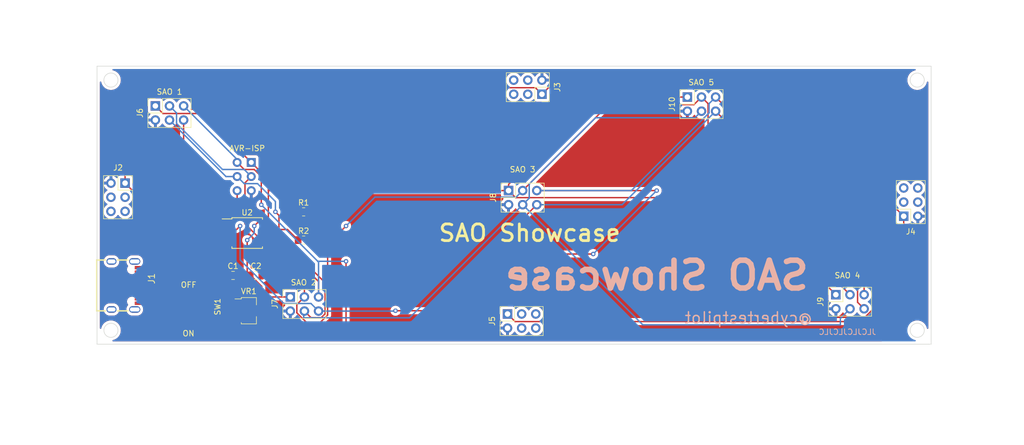
<source format=kicad_pcb>
(kicad_pcb (version 20211014) (generator pcbnew)
  (layers (0 "F.Cu" signal) (31 "B.Cu" signal) (34 "B.Paste" user) (35 "F.Paste" user) (36 "B.SilkS" user "B.Silkscreen") (37 "F.SilkS" user "F.Silkscreen") (38 "B.Mask" user) (39 "F.Mask" user) (44 "Edge.Cuts" user))
  (net 0 "")
  (net 1 "Net-(C1-Pad1)")
  (net 2 "unconnected-(SW1-Pad3)")
  (net 4 "Net-(C2-Pad1)")
  (net 6 "GND")
  (net 9 "/GPIO_1_LOCAL")
  (net 10 "/SCL_LOCAL")
  (net 11 "/SDA_LOCAL")
  (net 12 "/GPIO_2_LOCAL")
  (net 14 "Net-(J1-PadA4)")
  (net 23 "Net-(J11-Pad5)")
  (footprint "misc:USB-C-SMD_KH-TYPE-C-16P" (layer "F.Cu") (at 105.01323 89.432098 -90)
    (fp_text reference "J1" (at -0.148049 -4.794771 -90) (layer "F.SilkS") (effects (font (size 1.143 1.143) (thickness 0.152)) (justify left)))
    (fp_text value "KH_Type-C-16P" hide)
    (fp_line (start -4.572 5.08) (end 4.572 5.08) (layer "F.SilkS") (width 0.254))
    (fp_line (start -4.572 3.507) (end -4.572 5.08) (layer "F.SilkS") (width 0.254))
    (fp_line (start 4.572 1.323) (end 4.572 -0.573) (layer "F.SilkS") (width 0.254))
    (fp_line (start 4.572 5.08) (end 4.572 3.507) (layer "F.SilkS") (width 0.254))
    (fp_line (start -4.572 -0.573) (end -4.572 1.323) (layer "F.SilkS") (width 0.254))
    (pad "" np_thru_hole circle (at -2.89 -1.235 270) (size 0.7 0.7) (drill 0.7) (layers *.Cu *.Mask))
    (pad "" np_thru_hole circle (at 2.89 -1.235 270) (size 0.7 0.7) (drill 0.7) (layers *.Cu *.Mask))
    (pad "1" thru_hole oval (at -4.32 -1.765 270) (size 1.2 2) (drill oval 0.7 1.7) (layers *.Cu *.Paste *.Mask))
    (pad "2" thru_hole oval (at 4.32 -1.765 270) (size 1.2 2) (drill oval 0.7 1.7) (layers *.Cu *.Paste *.Mask))
    (pad "3" thru_hole oval (at -4.32 2.415 270) (size 1.2 1.8) (drill oval 0.7 1.4) (layers *.Cu *.Paste *.Mask))
    (pad "4" thru_hole oval (at 4.32 2.415 270) (size 1.2 1.8) (drill oval 0.7 1.4) (layers *.Cu *.Paste *.Mask))
    (pad "A1" smd rect (at -3.35 -2.415 270) (size 0.3 1.3) (layers "F.Cu" "F.Paste" "F.Mask") (net 6 "GND"))
    (pad "A4" smd rect (at -2.55 -2.415 270) (size 0.3 1.3) (layers "F.Cu" "F.Paste" "F.Mask") (net 14 "Net-(J1-PadA4)"))
    (pad "A5" smd rect (at -1.25 -2.415 270) (size 0.3 1.3) (layers "F.Cu" "F.Paste" "F.Mask"))
    (pad "A6" smd rect (at -0.25 -2.415 270) (size 0.3 1.3) (layers "F.Cu" "F.Paste" "F.Mask"))
    (pad "A7" smd rect (at 0.25 -2.415 270) (size 0.3 1.3) (layers "F.Cu" "F.Paste" "F.Mask"))
    (pad "A8" smd rect (at 1.25 -2.415 270) (size 0.3 1.3) (layers "F.Cu" "F.Paste" "F.Mask"))
    (pad "A9" smd rect (at 2.55 -2.415 270) (size 0.3 1.3) (layers "F.Cu" "F.Paste" "F.Mask") (net 14 "Net-(J1-PadA4)"))
    (pad "A12" smd rect (at 3.35 -2.415 270) (size 0.3 1.3) (layers "F.Cu" "F.Paste" "F.Mask") (net 6 "GND"))
    (pad "B1" smd rect (at 3.05 -2.415 270) (size 0.3 1.3) (layers "F.Cu" "F.Paste" "F.Mask") (net 6 "GND"))
    (pad "B4" smd rect (at 2.25 -2.415 270) (size 0.3 1.3) (layers "F.Cu" "F.Paste" "F.Mask") (net 14 "Net-(J1-PadA4)"))
    (pad "B5" smd rect (at 1.75 -2.415 270) (size 0.3 1.3) (layers "F.Cu" "F.Paste" "F.Mask"))
    (pad "B6" smd rect (at 0.75 -2.415 270) (size 0.3 1.3) (layers "F.Cu" "F.Paste" "F.Mask"))
    (pad "B7" smd rect (at -0.75 -2.415 270) (size 0.3 1.3) (layers "F.Cu" "F.Paste" "F.Mask"))
    (pad "B8" smd rect (at -1.75 -2.415 270) (size 0.3 1.3) (layers "F.Cu" "F.Paste" "F.Mask"))
    (pad "B9" smd rect (at -2.25 -2.415 270) (size 0.3 1.3) (layers "F.Cu" "F.Paste" "F.Mask") (net 14 "Net-(J1-PadA4)"))
    (pad "B12" smd rect (at -3.05 -2.415 270) (size 0.3 1.3) (layers "F.Cu" "F.Paste" "F.Mask") (net 6 "GND"))
  )
  (footprint "Connector_PinSocket_2.54mm:PinSocket_2x03_P2.54mm_Vertical" (layer "F.Cu") (at 232.866142 91.093078 90)
    (fp_text reference "J9" (at -1.27 -2.77 90) (layer "F.SilkS"))
    (fp_text value "Conn_02x03_Counter_Clockwise")
    (fp_line (start -3.87 -1.33) (end -1.27 -1.33) (layer "F.SilkS") (width 0.12))
    (fp_line (start -1.27 -1.33) (end -1.27 1.27) (layer "F.SilkS") (width 0.12))
    (fp_line (start 1.33 1.27) (end 1.33 6.41) (layer "F.SilkS") (width 0.12))
    (fp_line (start -3.87 -1.33) (end -3.87 6.41) (layer "F.SilkS") (width 0.12))
    (fp_line (start 1.33 -1.33) (end 1.33 0) (layer "F.SilkS") (width 0.12))
    (fp_line (start -1.27 1.27) (end 1.33 1.27) (layer "F.SilkS") (width 0.12))
    (fp_line (start 0 -1.33) (end 1.33 -1.33) (layer "F.SilkS") (width 0.12))
    (fp_line (start -3.87 6.41) (end 1.33 6.41) (layer "F.SilkS") (width 0.12))
    (pad "1" thru_hole rect (at 0 0 90) (size 1.7 1.7) (drill 1) (layers *.Cu *.Mask) (net 4 "Net-(C2-Pad1)"))
    (pad "2" thru_hole oval (at -2.54 0 90) (size 1.7 1.7) (drill 1) (layers *.Cu *.Mask) (net 6 "GND"))
    (pad "3" thru_hole oval (at 0 2.54 90) (size 1.7 1.7) (drill 1) (layers *.Cu *.Mask) (net 11 "/SDA_LOCAL"))
    (pad "4" thru_hole oval (at -2.54 2.54 90) (size 1.7 1.7) (drill 1) (layers *.Cu *.Mask) (net 10 "/SCL_LOCAL"))
    (pad "5" thru_hole oval (at 0 5.08 90) (size 1.7 1.7) (drill 1) (layers *.Cu *.Mask) (net 9 "/GPIO_1_LOCAL"))
    (pad "6" thru_hole oval (at -2.54 5.08 90) (size 1.7 1.7) (drill 1) (layers *.Cu *.Mask) (net 12 "/GPIO_2_LOCAL"))
  )
  (footprint "Connector_PinSocket_2.54mm:PinSocket_2x03_P2.54mm_Vertical" (layer "F.Cu") (at 173.819798 94.565274 90)
    (fp_text reference "J5" (at -1.27 -2.77 90) (layer "F.SilkS"))
    (fp_text value "Conn_02x03_Counter_Clockwise")
    (fp_line (start -3.87 6.41) (end 1.33 6.41) (layer "F.SilkS") (width 0.12))
    (fp_line (start -1.27 1.27) (end 1.33 1.27) (layer "F.SilkS") (width 0.12))
    (fp_line (start -1.27 -1.33) (end -1.27 1.27) (layer "F.SilkS") (width 0.12))
    (fp_line (start 1.33 -1.33) (end 1.33 0) (layer "F.SilkS") (width 0.12))
    (fp_line (start -3.87 -1.33) (end -1.27 -1.33) (layer "F.SilkS") (width 0.12))
    (fp_line (start 1.33 1.27) (end 1.33 6.41) (layer "F.SilkS") (width 0.12))
    (fp_line (start -3.87 -1.33) (end -3.87 6.41) (layer "F.SilkS") (width 0.12))
    (fp_line (start 0 -1.33) (end 1.33 -1.33) (layer "F.SilkS") (width 0.12))
    (pad "1" thru_hole rect (at 0 0 90) (size 1.7 1.7) (drill 1) (layers *.Cu *.Mask) (net 14 "Net-(J1-PadA4)"))
    (pad "2" thru_hole oval (at -2.54 0 90) (size 1.7 1.7) (drill 1) (layers *.Cu *.Mask) (net 6 "GND"))
    (pad "3" thru_hole oval (at 0 2.54 90) (size 1.7 1.7) (drill 1) (layers *.Cu *.Mask))
    (pad "4" thru_hole oval (at -2.54 2.54 90) (size 1.7 1.7) (drill 1) (layers *.Cu *.Mask))
    (pad "5" thru_hole oval (at 0 5.08 90) (size 1.7 1.7) (drill 1) (layers *.Cu *.Mask))
    (pad "6" thru_hole oval (at -2.54 5.08 90) (size 1.7 1.7) (drill 1) (layers *.Cu *.Mask))
  )
  (footprint "Connector_PinSocket_2.54mm:PinSocket_2x03_P2.54mm_Vertical" (layer "F.Cu") (at 134.755466 91.504135 90)
    (fp_text reference "J7" (at -1.27 -2.77 90) (layer "F.SilkS"))
    (fp_text value "Conn_02x03_Counter_Clockwise")
    (fp_line (start -1.27 1.27) (end 1.33 1.27) (layer "F.SilkS") (width 0.12))
    (fp_line (start 0 -1.33) (end 1.33 -1.33) (layer "F.SilkS") (width 0.12))
    (fp_line (start 1.33 -1.33) (end 1.33 0) (layer "F.SilkS") (width 0.12))
    (fp_line (start -3.87 6.41) (end 1.33 6.41) (layer "F.SilkS") (width 0.12))
    (fp_line (start -3.87 -1.33) (end -1.27 -1.33) (layer "F.SilkS") (width 0.12))
    (fp_line (start -1.27 -1.33) (end -1.27 1.27) (layer "F.SilkS") (width 0.12))
    (fp_line (start 1.33 1.27) (end 1.33 6.41) (layer "F.SilkS") (width 0.12))
    (fp_line (start -3.87 -1.33) (end -3.87 6.41) (layer "F.SilkS") (width 0.12))
    (pad "1" thru_hole rect (at 0 0 90) (size 1.7 1.7) (drill 1) (layers *.Cu *.Mask) (net 4 "Net-(C2-Pad1)"))
    (pad "2" thru_hole oval (at -2.54 0 90) (size 1.7 1.7) (drill 1) (layers *.Cu *.Mask) (net 6 "GND"))
    (pad "3" thru_hole oval (at 0 2.54 90) (size 1.7 1.7) (drill 1) (layers *.Cu *.Mask) (net 11 "/SDA_LOCAL"))
    (pad "4" thru_hole oval (at -2.54 2.54 90) (size 1.7 1.7) (drill 1) (layers *.Cu *.Mask) (net 10 "/SCL_LOCAL"))
    (pad "5" thru_hole oval (at 0 5.08 90) (size 1.7 1.7) (drill 1) (layers *.Cu *.Mask) (net 9 "/GPIO_1_LOCAL"))
    (pad "6" thru_hole oval (at -2.54 5.08 90) (size 1.7 1.7) (drill 1) (layers *.Cu *.Mask) (net 12 "/GPIO_2_LOCAL"))
  )
  (footprint "Connector_PinSocket_2.54mm:PinSocket_2x03_P2.54mm_Vertical" (layer "F.Cu") (at 206.162458 55.553506 90)
    (fp_text reference "J10" (at -1.27 -2.77 90) (layer "F.SilkS"))
    (fp_text value "Conn_02x03_Counter_Clockwise")
    (fp_line (start 0 -1.33) (end 1.33 -1.33) (layer "F.SilkS") (width 0.12))
    (fp_line (start -1.27 1.27) (end 1.33 1.27) (layer "F.SilkS") (width 0.12))
    (fp_line (start -3.87 -1.33) (end -3.87 6.41) (layer "F.SilkS") (width 0.12))
    (fp_line (start 1.33 -1.33) (end 1.33 0) (layer "F.SilkS") (width 0.12))
    (fp_line (start -1.27 -1.33) (end -1.27 1.27) (layer "F.SilkS") (width 0.12))
    (fp_line (start -3.87 -1.33) (end -1.27 -1.33) (layer "F.SilkS") (width 0.12))
    (fp_line (start 1.33 1.27) (end 1.33 6.41) (layer "F.SilkS") (width 0.12))
    (fp_line (start -3.87 6.41) (end 1.33 6.41) (layer "F.SilkS") (width 0.12))
    (pad "1" thru_hole rect (at 0 0 90) (size 1.7 1.7) (drill 1) (layers *.Cu *.Mask) (net 4 "Net-(C2-Pad1)"))
    (pad "2" thru_hole oval (at -2.54 0 90) (size 1.7 1.7) (drill 1) (layers *.Cu *.Mask) (net 6 "GND"))
    (pad "3" thru_hole oval (at 0 2.54 90) (size 1.7 1.7) (drill 1) (layers *.Cu *.Mask) (net 11 "/SDA_LOCAL"))
    (pad "4" thru_hole oval (at -2.54 2.54 90) (size 1.7 1.7) (drill 1) (layers *.Cu *.Mask) (net 10 "/SCL_LOCAL"))
    (pad "5" thru_hole oval (at 0 5.08 90) (size 1.7 1.7) (drill 1) (layers *.Cu *.Mask) (net 9 "/GPIO_1_LOCAL"))
    (pad "6" thru_hole oval (at -2.54 5.08 90) (size 1.7 1.7) (drill 1) (layers *.Cu *.Mask) (net 12 "/GPIO_2_LOCAL"))
  )
  (footprint "Resistor_SMD:R_0805_2012Metric_Pad1.20x1.40mm_HandSolder" (layer "F.Cu") (at 137.16 81.28)
    (fp_text reference "R2" (at 0 -1.65) (layer "F.SilkS"))
    (fp_text value "470")
    (fp_line (start -0.227064 -0.735) (end 0.227064 -0.735) (layer "F.SilkS") (width 0.12))
    (fp_line (start -0.227064 0.735) (end 0.227064 0.735) (layer "F.SilkS") (width 0.12))
    (pad "1" smd roundrect (at -1 0) (size 1.2 1.4) (layers "F.Cu" "F.Paste" "F.Mask") (roundrect_rratio 0.2083333333) (net 10 "/SCL_LOCAL"))
    (pad "2" smd roundrect (at 1 0) (size 1.2 1.4) (layers "F.Cu" "F.Paste" "F.Mask") (roundrect_rratio 0.2083333333) (net 4 "Net-(C2-Pad1)"))
  )
  (footprint "Connector_PinSocket_2.54mm:PinSocket_2x03_P2.54mm_Vertical" (layer "F.Cu") (at 245.065974 76.985283 180)
    (fp_text reference "J4" (at -1.27 -2.77) (layer "F.SilkS"))
    (fp_text value "Conn_02x03_Counter_Clockwise")
    (fp_line (start 1.33 1.27) (end 1.33 6.41) (layer "F.SilkS") (width 0.12))
    (fp_line (start -1.27 1.27) (end 1.33 1.27) (layer "F.SilkS") (width 0.12))
    (fp_line (start -3.87 -1.33) (end -1.27 -1.33) (layer "F.SilkS") (width 0.12))
    (fp_line (start -1.27 -1.33) (end -1.27 1.27) (layer "F.SilkS") (width 0.12))
    (fp_line (start -3.87 -1.33) (end -3.87 6.41) (layer "F.SilkS") (width 0.12))
    (fp_line (start 0 -1.33) (end 1.33 -1.33) (layer "F.SilkS") (width 0.12))
    (fp_line (start -3.87 6.41) (end 1.33 6.41) (layer "F.SilkS") (width 0.12))
    (fp_line (start 1.33 -1.33) (end 1.33 0) (layer "F.SilkS") (width 0.12))
    (pad "1" thru_hole rect (at 0 0 180) (size 1.7 1.7) (drill 1) (layers *.Cu *.Mask) (net 14 "Net-(J1-PadA4)"))
    (pad "2" thru_hole oval (at -2.54 0 180) (size 1.7 1.7) (drill 1) (layers *.Cu *.Mask) (net 6 "GND"))
    (pad "3" thru_hole oval (at 0 2.54 180) (size 1.7 1.7) (drill 1) (layers *.Cu *.Mask))
    (pad "4" thru_hole oval (at -2.54 2.54 180) (size 1.7 1.7) (drill 1) (layers *.Cu *.Mask))
    (pad "5" thru_hole oval (at 0 5.08 180) (size 1.7 1.7) (drill 1) (layers *.Cu *.Mask))
    (pad "6" thru_hole oval (at -2.54 5.08 180) (size 1.7 1.7) (drill 1) (layers *.Cu *.Mask))
  )
  (footprint "Connector_PinSocket_2.54mm:PinSocket_2x03_P2.54mm_Vertical" (layer "F.Cu") (at 110.49 57.15 90)
    (fp_text reference "J6" (at -1.27 -2.77 90) (layer "F.SilkS"))
    (fp_text value "Conn_02x03_Counter_Clockwise")
    (fp_line (start -1.27 -1.33) (end -1.27 1.27) (layer "F.SilkS") (width 0.12))
    (fp_line (start 1.33 -1.33) (end 1.33 0) (layer "F.SilkS") (width 0.12))
    (fp_line (start -3.87 6.41) (end 1.33 6.41) (layer "F.SilkS") (width 0.12))
    (fp_line (start -3.87 -1.33) (end -1.27 -1.33) (layer "F.SilkS") (width 0.12))
    (fp_line (start -3.87 -1.33) (end -3.87 6.41) (layer "F.SilkS") (width 0.12))
    (fp_line (start -1.27 1.27) (end 1.33 1.27) (layer "F.SilkS") (width 0.12))
    (fp_line (start 0 -1.33) (end 1.33 -1.33) (layer "F.SilkS") (width 0.12))
    (fp_line (start 1.33 1.27) (end 1.33 6.41) (layer "F.SilkS") (width 0.12))
    (pad "1" thru_hole rect (at 0 0 90) (size 1.7 1.7) (drill 1) (layers *.Cu *.Mask) (net 4 "Net-(C2-Pad1)"))
    (pad "2" thru_hole oval (at -2.54 0 90) (size 1.7 1.7) (drill 1) (layers *.Cu *.Mask) (net 6 "GND"))
    (pad "3" thru_hole oval (at 0 2.54 90) (size 1.7 1.7) (drill 1) (layers *.Cu *.Mask) (net 11 "/SDA_LOCAL"))
    (pad "4" thru_hole oval (at -2.54 2.54 90) (size 1.7 1.7) (drill 1) (layers *.Cu *.Mask) (net 10 "/SCL_LOCAL"))
    (pad "5" thru_hole oval (at 0 5.08 90) (size 1.7 1.7) (drill 1) (layers *.Cu *.Mask) (net 9 "/GPIO_1_LOCAL"))
    (pad "6" thru_hole oval (at -2.54 5.08 90) (size 1.7 1.7) (drill 1) (layers *.Cu *.Mask) (net 12 "/GPIO_2_LOCAL"))
  )
  (footprint "Connector_PinSocket_2.54mm:PinSocket_2x03_P2.54mm_Vertical" (layer "F.Cu") (at 174.005 72.37 90)
    (fp_text reference "J8" (at -1.27 -2.77 90) (layer "F.SilkS"))
    (fp_text value "Conn_02x03_Counter_Clockwise")
    (fp_line (start -3.87 -1.33) (end -3.87 6.41) (layer "F.SilkS") (width 0.12))
    (fp_line (start -3.87 6.41) (end 1.33 6.41) (layer "F.SilkS") (width 0.12))
    (fp_line (start -1.27 -1.33) (end -1.27 1.27) (layer "F.SilkS") (width 0.12))
    (fp_line (start -1.27 1.27) (end 1.33 1.27) (layer "F.SilkS") (width 0.12))
    (fp_line (start 0 -1.33) (end 1.33 -1.33) (layer "F.SilkS") (width 0.12))
    (fp_line (start 1.33 1.27) (end 1.33 6.41) (layer "F.SilkS") (width 0.12))
    (fp_line (start -3.87 -1.33) (end -1.27 -1.33) (layer "F.SilkS") (width 0.12))
    (fp_line (start 1.33 -1.33) (end 1.33 0) (layer "F.SilkS") (width 0.12))
    (pad "1" thru_hole rect (at 0 0 90) (size 1.7 1.7) (drill 1) (layers *.Cu *.Mask) (net 4 "Net-(C2-Pad1)"))
    (pad "2" thru_hole oval (at -2.54 0 90) (size 1.7 1.7) (drill 1) (layers *.Cu *.Mask) (net 6 "GND"))
    (pad "3" thru_hole oval (at 0 2.54 90) (size 1.7 1.7) (drill 1) (layers *.Cu *.Mask) (net 11 "/SDA_LOCAL"))
    (pad "4" thru_hole oval (at -2.54 2.54 90) (size 1.7 1.7) (drill 1) (layers *.Cu *.Mask) (net 10 "/SCL_LOCAL"))
    (pad "5" thru_hole oval (at 0 5.08 90) (size 1.7 1.7) (drill 1) (layers *.Cu *.Mask) (net 9 "/GPIO_1_LOCAL"))
    (pad "6" thru_hole oval (at -2.54 5.08 90) (size 1.7 1.7) (drill 1) (layers *.Cu *.Mask) (net 12 "/GPIO_2_LOCAL"))
  )
  (footprint "Connector_PinSocket_2.54mm:PinSocket_2x03_P2.54mm_Vertical" (layer "F.Cu") (at 180.008901 55.047888 -90)
    (fp_text reference "J3" (at -1.27 -2.77 -270) (layer "F.SilkS"))
    (fp_text value "Conn_02x03_Counter_Clockwise")
    (fp_line (start -3.87 -1.33) (end -3.87 6.41) (layer "F.SilkS") (width 0.12))
    (fp_line (start -1.27 -1.33) (end -1.27 1.27) (layer "F.SilkS") (width 0.12))
    (fp_line (start -1.27 1.27) (end 1.33 1.27) (layer "F.SilkS") (width 0.12))
    (fp_line (start 0 -1.33) (end 1.33 -1.33) (layer "F.SilkS") (width 0.12))
    (fp_line (start -3.87 6.41) (end 1.33 6.41) (layer "F.SilkS") (width 0.12))
    (fp_line (start 1.33 -1.33) (end 1.33 0) (layer "F.SilkS") (width 0.12))
    (fp_line (start -3.87 -1.33) (end -1.27 -1.33) (layer "F.SilkS") (width 0.12))
    (fp_line (start 1.33 1.27) (end 1.33 6.41) (layer "F.SilkS") (width 0.12))
    (pad "1" thru_hole rect (at 0 0 270) (size 1.7 1.7) (drill 1) (layers *.Cu *.Mask) (net 14 "Net-(J1-PadA4)"))
    (pad "2" thru_hole oval (at -2.54 0 270) (size 1.7 1.7) (drill 1) (layers *.Cu *.Mask) (net 6 "GND"))
    (pad "3" thru_hole oval (at 0 2.54 270) (size 1.7 1.7) (drill 1) (layers *.Cu *.Mask))
    (pad "4" thru_hole oval (at -2.54 2.54 270) (size 1.7 1.7) (drill 1) (layers *.Cu *.Mask))
    (pad "5" thru_hole oval (at 0 5.08 270) (size 1.7 1.7) (drill 1) (layers *.Cu *.Mask))
    (pad "6" thru_hole oval (at -2.54 5.08 270) (size 1.7 1.7) (drill 1) (layers *.Cu *.Mask))
  )
  (footprint "Package_TO_SOT_SMD:SOT-89-3" (layer "F.Cu") (at 127 93.98)
    (fp_text reference "VR1" (at 0.3 -3.5) (layer "F.SilkS"))
    (fp_text value "HT7533-1")
    (fp_line (start -1.06 2.36) (end -1.06 2.13) (layer "F.SilkS") (width 0.12))
    (fp_line (start -2.2 -2.13) (end -1.06 -2.13) (layer "F.SilkS") (width 0.12))
    (fp_line (start 1.66 2.36) (end -1.06 2.36) (layer "F.SilkS") (width 0.12))
    (fp_line (start -1.06 -2.36) (end -1.06 -2.13) (layer "F.SilkS") (width 0.12))
    (fp_line (start 1.66 -2.36) (end 1.66 -1.05) (layer "F.SilkS") (width 0.12))
    (fp_line (start -1.06 -2.36) (end 1.66 -2.36) (layer "F.SilkS") (width 0.12))
    (fp_line (start 1.66 1.05) (end 1.66 2.36) (layer "F.SilkS") (width 0.12))
    (pad "1" smd rect (at -1.65 -1.5) (size 1.3 0.9) (layers "F.Cu" "F.Paste" "F.Mask") (net 6 "GND"))
    (pad "2" smd custom (at -1.5625 0) (size 1.475 0.9) (layers "F.Cu" "F.Paste" "F.Mask") (net 1 "Net-(C1-Pad1)") (options (clearance outline) (anchor rect)) (primitives (gr_poly (pts (xy 3.8625 0.8665) (xy 0.7375 0.8665) (xy 0.7375 -0.8665) (xy 3.8625 -0.8665)) (width 0) (fill yes))))
    (pad "3" smd rect (at -1.65 1.5) (size 1.3 0.9) (layers "F.Cu" "F.Paste" "F.Mask") (net 4 "Net-(C2-Pad1)"))
  )
  (footprint "misc:switch_JS202011SCQN" (layer "F.Cu") (at 116.63 93.706971 90)
    (fp_text reference "SW1" (at 0.44196 5.04952 90) (layer "F.SilkS"))
    (fp_text value "SW_DPDT_x2")
    (fp_text user "ON" (at -4.35356 -0.18288) (layer "F.SilkS"))
    (fp_text user "OFF" (at 4.37896 -0.16002) (layer "F.SilkS"))
    (pad "1" smd rect (at -2.5 -2.75 90) (size 1.2 2.5) (layers "F.Cu" "F.Paste" "F.Mask") (net 1 "Net-(C1-Pad1)"))
    (pad "1" smd rect (at -2.5 2.75 90) (size 1.2 2.5) (layers "F.Cu" "F.Paste" "F.Mask") (net 1 "Net-(C1-Pad1)"))
    (pad "2" smd rect (at 0 2.75 90) (size 1.2 2.5) (layers "F.Cu" "F.Paste" "F.Mask") (net 14 "Net-(J1-PadA4)"))
    (pad "2" smd rect (at 0 -2.75 90) (size 1.2 2.5) (layers "F.Cu" "F.Paste" "F.Mask") (net 14 "Net-(J1-PadA4)"))
    (pad "3" smd rect (at 2.5 -2.75 90) (size 1.2 2.5) (layers "F.Cu" "F.Paste" "F.Mask") (net 2 "unconnected-(SW1-Pad3)"))
    (pad "3" smd rect (at 2.5 2.75 90) (size 1.2 2.5) (layers "F.Cu" "F.Paste" "F.Mask") (net 2 "unconnected-(SW1-Pad3)"))
  )
  (footprint "Connector_PinSocket_2.54mm:PinSocket_2x03_P2.54mm_Vertical" (layer "F.Cu") (at 105.042302 71.029309)
    (fp_text reference "J2" (at -1.27 -2.77) (layer "F.SilkS"))
    (fp_text value "Conn_02x03_Counter_Clockwise")
    (fp_line (start -3.87 -1.33) (end -3.87 6.41) (layer "F.SilkS") (width 0.12))
    (fp_line (start -3.87 -1.33) (end -1.27 -1.33) (layer "F.SilkS") (width 0.12))
    (fp_line (start -3.87 6.41) (end 1.33 6.41) (layer "F.SilkS") (width 0.12))
    (fp_line (start 1.33 -1.33) (end 1.33 0) (layer "F.SilkS") (width 0.12))
    (fp_line (start -1.27 1.27) (end 1.33 1.27) (layer "F.SilkS") (width 0.12))
    (fp_line (start 1.33 1.27) (end 1.33 6.41) (layer "F.SilkS") (width 0.12))
    (fp_line (start -1.27 -1.33) (end -1.27 1.27) (layer "F.SilkS") (width 0.12))
    (fp_line (start 0 -1.33) (end 1.33 -1.33) (layer "F.SilkS") (width 0.12))
    (pad "1" thru_hole rect (at 0 0) (size 1.7 1.7) (drill 1) (layers *.Cu *.Mask) (net 14 "Net-(J1-PadA4)"))
    (pad "2" thru_hole oval (at -2.54 0) (size 1.7 1.7) (drill 1) (layers *.Cu *.Mask) (net 6 "GND"))
    (pad "3" thru_hole oval (at 0 2.54) (size 1.7 1.7) (drill 1) (layers *.Cu *.Mask))
    (pad "4" thru_hole oval (at -2.54 2.54) (size 1.7 1.7) (drill 1) (layers *.Cu *.Mask))
    (pad "5" thru_hole oval (at 0 5.08) (size 1.7 1.7) (drill 1) (layers *.Cu *.Mask))
    (pad "6" thru_hole oval (at -2.54 5.08) (size 1.7 1.7) (drill 1) (layers *.Cu *.Mask))
  )
  (footprint "Capacitor_SMD:C_0805_2012Metric" (layer "F.Cu") (at 128.59 87.63)
    (fp_text reference "C2" (at 0 -1.68) (layer "F.SilkS"))
    (fp_text value "10uf")
    (fp_line (start -0.261252 0.735) (end 0.261252 0.735) (layer "F.SilkS") (width 0.12))
    (fp_line (start -0.261252 -0.735) (end 0.261252 -0.735) (layer "F.SilkS") (width 0.12))
    (pad "1" smd roundrect (at -0.95 0) (size 1 1.45) (layers "F.Cu" "F.Paste" "F.Mask") (net 4 "Net-(C2-Pad1)"))
    (pad "2" smd roundrect (at 0.95 0) (size 1 1.45) (layers "F.Cu" "F.Paste" "F.Mask") (net 6 "GND"))
  )
  (footprint "Package_SO:SOIC-8W_5.3x5.3mm_P1.27mm" (layer "F.Cu") (at 127 80.01)
    (fp_text reference "U2" (at 0 -3.68) (layer "F.SilkS"))
    (fp_text value "ATtiny85-20S")
    (fp_line (start -2.75 2.755) (end -2.75 2.455) (layer "F.SilkS") (width 0.15))
    (fp_line (start -2.75 -2.55) (end -4.5 -2.55) (layer "F.SilkS") (width 0.15))
    (fp_line (start -2.75 2.755) (end 2.75 2.755) (layer "F.SilkS") (width 0.15))
    (fp_line (start 2.75 2.755) (end 2.75 2.455) (layer "F.SilkS") (width 0.15))
    (fp_line (start 2.75 -2.755) (end 2.75 -2.455) (layer "F.SilkS") (width 0.15))
    (fp_line (start -2.75 -2.755) (end -2.75 -2.55) (layer "F.SilkS") (width 0.15))
    (fp_line (start -2.75 -2.755) (end 2.75 -2.755) (layer "F.SilkS") (width 0.15))
    (pad "1" smd rect (at -3.65 -1.905) (size 1.7 0.65) (layers "F.Cu" "F.Paste" "F.Mask") (net 23 "Net-(J11-Pad5)"))
    (pad "2" smd rect (at -3.65 -0.635) (size 1.7 0.65) (layers "F.Cu" "F.Paste" "F.Mask") (net 12 "/GPIO_2_LOCAL"))
    (pad "3" smd rect (at -3.65 0.635) (size 1.7 0.65) (layers "F.Cu" "F.Paste" "F.Mask"))
    (pad "4" smd rect (at -3.65 1.905) (size 1.7 0.65) (layers "F.Cu" "F.Paste" "F.Mask") (net 6 "GND"))
    (pad "5" smd rect (at 3.65 1.905) (size 1.7 0.65) (layers "F.Cu" "F.Paste" "F.Mask") (net 11 "/SDA_LOCAL"))
    (pad "6" smd rect (at 3.65 0.635) (size 1.7 0.65) (layers "F.Cu" "F.Paste" "F.Mask") (net 9 "/GPIO_1_LOCAL"))
    (pad "7" smd rect (at 3.65 -0.635) (size 1.7 0.65) (layers "F.Cu" "F.Paste" "F.Mask") (net 10 "/SCL_LOCAL"))
    (pad "8" smd rect (at 3.65 -1.905) (size 1.7 0.65) (layers "F.Cu" "F.Paste" "F.Mask") (net 4 "Net-(C2-Pad1)"))
  )
  (footprint "Resistor_SMD:R_0805_2012Metric_Pad1.20x1.40mm_HandSolder" (layer "F.Cu") (at 137.16 76.2)
    (fp_text reference "R1" (at 0 -1.65) (layer "F.SilkS"))
    (fp_text value "470")
    (fp_line (start -0.227064 0.735) (end 0.227064 0.735) (layer "F.SilkS") (width 0.12))
    (fp_line (start -0.227064 -0.735) (end 0.227064 -0.735) (layer "F.SilkS") (width 0.12))
    (pad "1" smd roundrect (at -1 0) (size 1.2 1.4) (layers "F.Cu" "F.Paste" "F.Mask") (roundrect_rratio 0.2083333333) (net 11 "/SDA_LOCAL"))
    (pad "2" smd roundrect (at 1 0) (size 1.2 1.4) (layers "F.Cu" "F.Paste" "F.Mask") (roundrect_rratio 0.2083333333) (net 4 "Net-(C2-Pad1)"))
  )
  (footprint "Capacitor_SMD:C_0805_2012Metric" (layer "F.Cu") (at 124.46 87.63)
    (fp_text reference "C1" (at 0 -1.68) (layer "F.SilkS"))
    (fp_text value "10uf")
    (fp_line (start -0.261252 -0.735) (end 0.261252 -0.735) (layer "F.SilkS") (width 0.12))
    (fp_line (start -0.261252 0.735) (end 0.261252 0.735) (layer "F.SilkS") (width 0.12))
    (pad "1" smd roundrect (at -0.95 0) (size 1 1.45) (layers "F.Cu" "F.Paste" "F.Mask") (net 1 "Net-(C1-Pad1)"))
    (pad "2" smd roundrect (at 0.95 0) (size 1 1.45) (layers "F.Cu" "F.Paste" "F.Mask") (net 6 "GND"))
  )
  (footprint "misc:AVR-ISP-6" (layer "F.Cu") (at 125.195027 67.31)
    (fp_text reference "J11" hide)
    (fp_text value "AVR-ISP-6" hide)
    (pad "1" thru_hole oval locked (at 0 0) (size 1.6 1.6) (drill 0.9) (layers *.Cu *.Mask) (net 9 "/GPIO_1_LOCAL"))
    (pad "2" thru_hole rect locked (at 2.54 0) (size 1.6 1.6) (drill 0.9) (layers *.Cu *.Mask) (net 4 "Net-(C2-Pad1)"))
    (pad "3" thru_hole oval locked (at 0 2.54) (size 1.6 1.6) (drill 0.9) (layers *.Cu *.Mask) (net 10 "/SCL_LOCAL"))
    (pad "4" thru_hole oval locked (at 2.54 2.54) (size 1.6 1.6) (drill 0.9) (layers *.Cu *.Mask) (net 11 "/SDA_LOCAL"))
    (pad "5" thru_hole oval locked (at 0 5.08) (size 1.6 1.6) (drill 0.9) (layers *.Cu *.Mask) (net 23 "Net-(J11-Pad5)"))
    (pad "6" thru_hole oval locked (at 2.54 5.08) (size 1.6 1.6) (drill 0.9) (layers *.Cu *.Mask) (net 6 "GND"))
  )
  (gr_circle (center 102.5 52.5) (end 103.77 52.5) (layer "Edge.Cuts") (width 0.1) (fill none))
  (gr_circle (center 247.5 97.5) (end 248.77 97.5) (layer "Edge.Cuts") (width 0.1) (fill none))
  (gr_circle (center 102.5 97.5) (end 103.77 97.5) (layer "Edge.Cuts") (width 0.1) (fill none))
  (gr_line (start 100 50) (end 250 50) (layer "Edge.Cuts") (width 0.1))
  (gr_line (start 250 50) (end 250 100) (layer "Edge.Cuts") (width 0.1))
  (gr_line (start 250 100) (end 100 100) (layer "Edge.Cuts") (width 0.1))
  (gr_circle (center 247.5 52.5) (end 248.77 52.5) (layer "Edge.Cuts") (width 0.1) (fill none))
  (gr_line (start 100 100) (end 100 50) (layer "Edge.Cuts") (width 0.1))
  (gr_text "v01" (at 243.84 97.79) (layer "F.Cu") (effects (font (size 1.5 1.5) (thickness 0.3))))
  (gr_text "JLCJLCJLCJLC" (at 234.95 97.79) (layer "B.SilkS") (effects (font (size 1 1)) (justify mirror)))
  (gr_text "@cybertestpilot" (at 217.17 95.25) (layer "B.SilkS") (effects (font (size 2 2) (thickness 0.25)) (justify mirror)))
  (gr_text "SAO Showcase" (at 200.66 87.63) (layer "B.SilkS") (effects (font (size 5 5) (thickness 1)) (justify mirror)))
  (gr_text "SAO 5" (at 208.656461 52.913) (layer "F.SilkS") (effects (font (size 1 1))))
  (gr_text "SAO 4" (at 234.95 87.63) (layer "F.SilkS") (effects (font (size 1 1))))
  (gr_text "SAO Showcase" (at 177.8 80.01) (layer "F.SilkS") (effects (font (size 3 3) (thickness 0.5))))
  (gr_text "SAO 3" (at 176.53 68.58) (layer "F.SilkS") (effects (font (size 1 1))))
  (gr_text "SAO 1" (at 113.03 54.61) (layer "F.SilkS") (effects (font (size 1 1))))
  (gr_text "AVR-ISP" (at 127 64.77) (layer "F.SilkS") (effects (font (size 1 1))))
  (gr_text "SAO 2" (at 137.16 88.9) (layer "F.SilkS") (effects (font (size 1 1))))
  (segment (start 119.190656 96.206971) (end 121.417627 93.98) (width 0.254) (layer "F.Cu") (net 1))
  (segment (start 125.096 93.98) (end 125.4375 93.98) (width 0.254) (layer "F.Cu") (net 1))
  (segment (start 123.51 87.63) (end 123.51 92.394) (width 0.254) (layer "F.Cu") (net 1))
  (segment (start 121.417627 93.98) (end 125.4375 93.98) (width 0.254) (layer "F.Cu") (net 1))
  (segment (start 113.690656 96.206971) (end 119.190656 96.206971) (width 0.254) (layer "F.Cu") (net 1))
  (segment (start 123.51 92.394) (end 125.096 93.98) (width 0.254) (layer "F.Cu") (net 1))
  (segment (start 113.690656 91.206971) (end 119.190656 91.206971) (width 0.254) (layer "F.Cu") (net 2))
  (segment (start 175.276449 73.641449) (end 174.005 72.37) (width 0.254) (layer "F.Cu") (net 4))
  (segment (start 141.99 72.37) (end 138.16 76.2) (width 0.254) (layer "F.Cu") (net 4))
  (segment (start 232.866142 91.093078) (end 215.414513 73.641449) (width 0.254) (layer "F.Cu") (net 4))
  (segment (start 129.627 94.98195) (end 129.627 91.353) (width 0.254) (layer "F.Cu") (net 4))
  (segment (start 128.27 78.74) (end 128.905 78.105) (width 0.254) (layer "F.Cu") (net 4))
  (segment (start 134.35 72.39) (end 133.35 72.39) (width 0.254) (layer "F.Cu") (net 4))
  (segment (start 125.35 95.48) (end 129.12895 95.48) (width 0.254) (layer "F.Cu") (net 4))
  (segment (start 134.755466 91.504135) (end 129.778135 91.504135) (width 0.254) (layer "F.Cu") (net 4))
  (segment (start 133.35 76.47) (end 138.16 81.28) (width 0.254) (layer "F.Cu") (net 4))
  (segment (start 111.853 58.513) (end 118.938027 58.513) (width 0.254) (layer "F.Cu") (net 4))
  (segment (start 130.81 77.945) (end 130.65 78.105) (width 0.254) (layer "F.Cu") (net 4))
  (segment (start 138.16 76.2) (end 134.35 72.39) (width 0.254) (layer "F.Cu") (net 4))
  (segment (start 129.12895 95.48) (end 129.627 94.98195) (width 0.254) (layer "F.Cu") (net 4))
  (segment (start 130.81 72.39) (end 130.81 77.945) (width 0.254) (layer "F.Cu") (net 4))
  (segment (start 118.938027 58.513) (end 127.735027 67.31) (width 0.254) (layer "F.Cu") (net 4))
  (segment (start 129.627 91.353) (end 129.627 89.617) (width 0.254) (layer "F.Cu") (net 4))
  (segment (start 215.414513 73.641449) (end 175.276449 73.641449) (width 0.254) (layer "F.Cu") (net 4))
  (segment (start 174.005 72.37) (end 141.99 72.37) (width 0.254) (layer "F.Cu") (net 4))
  (segment (start 130.81 70.384973) (end 130.81 72.39) (width 0.254) (layer "F.Cu") (net 4))
  (segment (start 129.627 89.617) (end 127.64 87.63) (width 0.254) (layer "F.Cu") (net 4))
  (segment (start 174.005 72.37) (end 174.005 71.266) (width 0.254) (layer "F.Cu") (net 4))
  (segment (start 133.35 72.39) (end 133.35 76.47) (width 0.254) (layer "F.Cu") (net 4))
  (segment (start 110.49 57.15) (end 111.853 58.513) (width 0.254) (layer "F.Cu") (net 4))
  (segment (start 127.64 87.63) (end 127 86.99) (width 0.254) (layer "F.Cu") (net 4))
  (segment (start 127 86.99) (end 127 81.28) (width 0.254) (layer "F.Cu") (net 4))
  (segment (start 129.778135 91.504135) (end 129.627 91.353) (width 0.254) (layer "F.Cu") (net 4))
  (segment (start 127.735027 67.31) (end 130.81 70.384973) (width 0.254) (layer "F.Cu") (net 4))
  (segment (start 189.717494 55.553506) (end 206.162458 55.553506) (width 0.254) (layer "F.Cu") (net 4))
  (segment (start 174.005 71.266) (end 189.717494 55.553506) (width 0.254) (layer "F.Cu") (net 4))
  (segment (start 128.905 78.105) (end 130.65 78.105) (width 0.254) (layer "F.Cu") (net 4))
  (segment (start 133.35 72.39) (end 130.81 72.39) (width 0.254) (layer "F.Cu") (net 4))
  (via (at 128.27 78.74) (size 0.8) (drill 0.4) (layers "F.Cu" "B.Cu") (net 4))
  (via (at 127 81.28) (size 0.8) (drill 0.4) (layers "F.Cu" "B.Cu") (net 4))
  (segment (start 128.27 80.01) (end 128.27 78.74) (width 0.254) (layer "B.Cu") (net 4))
  (segment (start 127 81.28) (end 128.27 80.01) (width 0.254) (layer "B.Cu") (net 4))
  (segment (start 131.754 80.645) (end 130.65 80.645) (width 0.254) (layer "F.Cu") (net 9))
  (segment (start 126.465027 68.58) (end 128.27 68.58) (width 0.254) (layer "F.Cu") (net 9))
  (segment (start 179.085 72.37) (end 200.64 72.37) (width 0.254) (layer "F.Cu") (net 9))
  (segment (start 139.835466 88.726466) (end 131.754 80.645) (width 0.254) (layer "F.Cu") (net 9))
  (segment (start 139.835466 91.504135) (end 139.835466 88.726466) (width 0.254) (layer "F.Cu") (net 9))
  (segment (start 211.242458 55.553506) (end 237.946142 82.25719) (width 0.254) (layer "F.Cu") (net 9))
  (segment (start 189.23 83.78) (end 170.857052 83.78) (width 0.254) (layer "F.Cu") (net 9))
  (segment (start 156.847052 97.79) (end 144.78 97.79) (width 0.254) (layer "F.Cu") (net 9))
  (segment (start 125.195027 67.31) (end 126.465027 68.58) (width 0.254) (layer "F.Cu") (net 9))
  (segment (start 144.78 97.79) (end 144.78 85.09) (width 0.254) (layer "F.Cu") (net 9))
  (segment (start 170.857052 83.78) (end 156.847052 97.79) (width 0.254) (layer "F.Cu") (net 9))
  (segment (start 128.27 68.58) (end 129.54 69.85) (width 0.254) (layer "F.Cu") (net 9))
  (segment (start 129.54 69.85) (end 129.54 74.93) (width 0.254) (layer "F.Cu") (net 9))
  (segment (start 237.946142 82.25719) (end 237.946142 91.093078) (width 0.254) (layer "F.Cu") (net 9))
  (via (at 129.54 74.93) (size 0.8) (drill 0.4) (layers "F.Cu" "B.Cu") (net 9))
  (via (at 144.78 85.09) (size 0.8) (drill 0.4) (layers "F.Cu" "B.Cu") (net 9))
  (via (at 189.23 83.78) (size 0.8) (drill 0.4) (layers "F.Cu" "B.Cu") (net 9))
  (via (at 200.64 72.37) (size 0.8) (drill 0.4) (layers "F.Cu" "B.Cu") (net 9))
  (segment (start 179.085 72.37) (end 196.090494 72.37) (width 0.254) (layer "B.Cu") (net 9))
  (segment (start 139.7 85.09) (end 139.835466 85.225466) (width 0.254) (layer "B.Cu") (net 9))
  (segment (start 129.54 74.93) (end 139.7 85.09) (width 0.254) (layer "B.Cu") (net 9))
  (segment (start 125.195027 66.775027) (end 125.195027 67.31) (width 0.254) (layer "B.Cu") (net 9))
  (segment (start 144.78 85.09) (end 139.7 85.09) (width 0.254) (layer "B.Cu") (net 9))
  (segment (start 115.57 57.15) (end 125.195027 66.775027) (width 0.254) (layer "B.Cu") (net 9))
  (segment (start 210.065458 56.730506) (end 211.242458 55.553506) (width 0.254) (layer "B.Cu") (net 9))
  (segment (start 139.835466 85.225466) (end 139.835466 91.504135) (width 0.254) (layer "B.Cu") (net 9))
  (segment (start 210.065458 58.395036) (end 210.065458 56.730506) (width 0.254) (layer "B.Cu") (net 9))
  (segment (start 200.64 72.37) (end 189.23 83.78) (width 0.254) (layer "B.Cu") (net 9))
  (segment (start 196.090494 72.37) (end 210.065458 58.395036) (width 0.254) (layer "B.Cu") (net 9))
  (segment (start 134.255 79.375) (end 132.715 79.375) (width 0.254) (layer "F.Cu") (net 10))
  (segment (start 132.715 79.375) (end 130.65 79.375) (width 0.254) (layer "F.Cu") (net 10))
  (segment (start 130.65 79.375) (end 131.445 79.375) (width 0.254) (layer "F.Cu") (net 10))
  (segment (start 138.472466 95.221135) (end 137.295466 94.044135) (width 0.254) (layer "F.Cu") (net 10))
  (segment (start 136.16 81.28) (end 134.255 79.375) (width 0.254) (layer "F.Cu") (net 10))
  (segment (start 140.322996 95.221135) (end 138.472466 95.221135) (width 0.254) (layer "F.Cu") (net 10))
  (segment (start 141.012466 88.942466) (end 141.012466 94.531665) (width 0.254) (layer "F.Cu") (net 10))
  (segment (start 131.445 79.375) (end 141.012466 88.942466) (width 0.254) (layer "F.Cu") (net 10))
  (segment (start 141.012466 94.531665) (end 140.322996 95.221135) (width 0.254) (layer "F.Cu") (net 10))
  (segment (start 132.715 76.835) (end 132.08 76.2) (width 0.254) (layer "F.Cu") (net 10))
  (segment (start 132.715 79.375) (end 132.715 76.835) (width 0.254) (layer "F.Cu") (net 10))
  (via (at 132.08 76.2) (size 0.8) (drill 0.4) (layers "F.Cu" "B.Cu") (net 10))
  (segment (start 176.545 74.91) (end 198.155 96.52) (width 0.254) (layer "B.Cu") (net 10))
  (segment (start 156.205 95.25) (end 137.16 95.25) (width 0.254) (layer "B.Cu") (net 10))
  (segment (start 233.68 96.52) (end 233.68 95.35922) (width 0.254) (layer "B.Cu") (net 10))
  (segment (start 137.16 94.179601) (end 137.295466 94.044135) (width 0.254) (layer "B.Cu") (net 10))
  (segment (start 123.19 69.85) (end 113.03 59.69) (width 0.254) (layer "B.Cu") (net 10))
  (segment (start 177.722 71.198) (end 189.649494 59.270506) (width 0.254) (layer "B.Cu") (net 10))
  (segment (start 125.195027 69.85) (end 123.19 69.85) (width 0.254) (layer "B.Cu") (net 10))
  (segment (start 137.16 95.25) (end 137.16 94.179601) (width 0.254) (layer "B.Cu") (net 10))
  (segment (start 177.722 73.733) (end 177.722 71.198) (width 0.254) (layer "B.Cu") (net 10))
  (segment (start 189.649494 59.270506) (end 207.525458 59.270506) (width 0.254) (layer "B.Cu") (net 10))
  (segment (start 176.545 74.91) (end 177.722 73.733) (width 0.254) (layer "B.Cu") (net 10))
  (segment (start 128.860707 71.12) (end 126.465027 71.12) (width 0.254) (layer "B.Cu") (net 10))
  (segment (start 126.465027 71.12) (end 125.195027 69.85) (width 0.254) (layer "B.Cu") (net 10))
  (segment (start 198.155 96.52) (end 233.68 96.52) (width 0.254) (layer "B.Cu") (net 10))
  (segment (start 132.08 74.339293) (end 128.860707 71.12) (width 0.254) (layer "B.Cu") (net 10))
  (segment (start 207.525458 59.270506) (end 208.702458 58.093506) (width 0.254) (layer "B.Cu") (net 10))
  (segment (start 176.545 74.91) (end 156.205 95.25) (width 0.254) (layer "B.Cu") (net 10))
  (segment (start 132.08 76.2) (end 132.08 74.339293) (width 0.254) (layer "B.Cu") (net 10))
  (segment (start 233.68 95.35922) (end 235.406142 93.633078) (width 0.254) (layer "B.Cu") (net 10))
  (segment (start 191.998494 56.916506) (end 207.339458 56.916506) (width 0.254) (layer "F.Cu") (net 11))
  (segment (start 208.702458 55.553506) (end 209.879458 56.730506) (width 0.254) (layer "F.Cu") (net 11))
  (segment (start 141.466466 94.753534) (end 139.7 96.52) (width 0.254) (layer "F.Cu") (net 11))
  (segment (start 130.175 81.915) (end 130.65 81.915) (width 0.254) (layer "F.Cu") (net 11))
  (segment (start 138.106801 96.52) (end 135.932466 94.345665) (width 0.254) (layer "F.Cu") (net 11))
  (segment (start 135.932466 92.867135) (end 137.295466 91.504135) (width 0.254) (layer "F.Cu") (net 11))
  (segment (start 141.466466 81.506466) (end 141.466466 94.753534) (width 0.254) (layer "F.Cu") (net 11))
  (segment (start 209.879458 56.730506) (end 209.879458 65.566394) (width 0.254) (layer "F.Cu") (net 11))
  (segment (start 142.013534 81.506466) (end 141.466466 81.506466) (width 0.254) (layer "F.Cu") (net 11))
  (segment (start 127.735027 69.85) (end 126.608027 70.977) (width 0.254) (layer "F.Cu") (net 11))
  (segment (start 144.78 78.74) (end 142.013534 81.506466) (width 0.254) (layer "F.Cu") (net 11))
  (segment (start 137.295466 88.560466) (end 130.65 81.915) (width 0.254) (layer "F.Cu") (net 11))
  (segment (start 126.608027 70.977) (end 126.608027 78.348027) (width 0.254) (layer "F.Cu") (net 11))
  (segment (start 139.7 96.52) (end 138.106801 96.52) (width 0.254) (layer "F.Cu") (net 11))
  (segment (start 207.339458 56.916506) (end 208.702458 55.553506) (width 0.254) (layer "F.Cu") (net 11))
  (segment (start 137.295466 91.504135) (end 137.295466 88.560466) (width 0.254) (layer "F.Cu") (net 11))
  (segment (start 176.545 72.37) (end 191.998494 56.916506) (width 0.254) (layer "F.Cu") (net 11))
  (segment (start 135.932466 94.345665) (end 135.932466 92.867135) (width 0.254) (layer "F.Cu") (net 11))
  (segment (start 136.16 76.2) (end 141.466466 81.506466) (width 0.254) (layer "F.Cu") (net 11))
  (segment (start 209.879458 65.566394) (end 235.406142 91.093078) (width 0.254) (layer "F.Cu") (net 11))
  (segment (start 126.608027 78.348027) (end 130.175 81.915) (width 0.254) (layer "F.Cu") (net 11))
  (via (at 144.78 78.74) (size 0.8) (drill 0.4) (layers "F.Cu" "B.Cu") (net 11))
  (segment (start 175.368 73.547) (end 149.973 73.547) (width 0.254) (layer "B.Cu") (net 11))
  (segment (start 113.03 57.15) (end 114.3 58.42) (width 0.254) (layer "B.Cu") (net 11))
  (segment (start 114.3 58.42) (end 114.3 60.317948) (width 0.254) (layer "B.Cu") (net 11))
  (segment (start 149.973 73.547) (end 144.78 78.74) (width 0.254) (layer "B.Cu") (net 11))
  (segment (start 126.465027 68.58) (end 127.735027 69.85) (width 0.254) (layer "B.Cu") (net 11))
  (segment (start 176.545 72.37) (end 175.368 73.547) (width 0.254) (layer "B.Cu") (net 11))
  (segment (start 122.562052 68.58) (end 126.465027 68.58) (width 0.254) (layer "B.Cu") (net 11))
  (segment (start 114.3 60.317948) (end 122.562052 68.58) (width 0.254) (layer "B.Cu") (net 11))
  (segment (start 236.769142 92.456078) (end 237.946142 93.633078) (width 0.254) (layer "F.Cu") (net 12))
  (segment (start 125.095 79.375) (end 123.35 79.375) (width 0.254) (layer "F.Cu") (net 12))
  (segment (start 236.769142 83.62019) (end 236.769142 92.456078) (width 0.254) (layer "F.Cu") (net 12))
  (segment (start 122.555 79.375) (end 123.35 79.375) (width 0.254) (layer "F.Cu") (net 12))
  (segment (start 160.015 93.98) (end 179.085 74.91) (width 0.254) (layer "F.Cu") (net 12))
  (segment (start 125.73 78.74) (end 125.095 79.375) (width 0.254) (layer "F.Cu") (net 12))
  (segment (start 115.57 72.39) (end 122.555 79.375) (width 0.254) (layer "F.Cu") (net 12))
  (segment (start 153.67 93.98) (end 160.015 93.98) (width 0.254) (layer "F.Cu") (net 12))
  (segment (start 115.57 59.69) (end 115.57 72.39) (width 0.254) (layer "F.Cu") (net 12))
  (segment (start 211.242458 58.093506) (end 236.769142 83.62019) (width 0.254) (layer "F.Cu") (net 12))
  (via (at 153.67 93.98) (size 0.8) (drill 0.4) (layers "F.Cu" "B.Cu") (net 12))
  (via (at 125.73 78.74) (size 0.8) (drill 0.4) (layers "F.Cu" "B.Cu") (net 12))
  (segment (start 125.73 78.74) (end 125.73 84.832669) (width 0.254) (layer "B.Cu") (net 12))
  (segment (start 179.085 74.91) (end 194.425964 74.91) (width 0.254) (layer "B.Cu") (net 12))
  (segment (start 138.472466 92.681135) (end 139.835466 94.044135) (width 0.254) (layer "B.Cu") (net 12))
  (segment (start 125.73 84.832669) (end 133.578466 92.681135) (width 0.254) (layer "B.Cu") (net 12))
  (segment (start 153.605865 94.044135) (end 153.67 93.98) (width 0.254) (layer "B.Cu") (net 12))
  (segment (start 194.425964 74.91) (end 211.242458 58.093506) (width 0.254) (layer "B.Cu") (net 12))
  (segment (start 133.578466 92.681135) (end 138.472466 92.681135) (width 0.254) (layer "B.Cu") (net 12))
  (segment (start 139.835466 94.044135) (end 153.605865 94.044135) (width 0.254) (layer "B.Cu") (net 12))
  (segment (start 245.065974 76.985283) (end 245.065974 88.177776) (width 0.254) (layer "F.Cu") (net 14))
  (segment (start 111.665783 91.682098) (end 113.690656 93.706971) (width 0.254) (layer "F.Cu") (net 14))
  (segment (start 105.042302 71.029309) (end 105.042302 56.247698) (width 0.254) (layer "F.Cu") (net 14))
  (segment (start 107.42823 87.182098) (end 108.33223 87.182098) (width 0.254) (layer "F.Cu") (net 14))
  (segment (start 108.33223 87.182098) (end 108.543576 87.393444) (width 0.254) (layer "F.Cu") (net 14))
  (segment (start 110.49 76.477007) (end 110.49 86.36) (width 0.254) (layer "F.Cu") (net 14))
  (segment (start 107.42823 91.982098) (end 107.10523 91.659098) (width 0.254) (layer "F.Cu") (net 14))
  (segment (start 180.008901 55.047888) (end 181.716789 53.34) (width 0.254) (layer "F.Cu") (net 14))
  (segment (start 105.042302 56.247698) (end 107.419112 53.870888) (width 0.254) (layer "F.Cu") (net 14))
  (segment (start 178.831901 53.870888) (end 180.008901 55.047888) (width 0.254) (layer "F.Cu") (net 14))
  (segment (start 237.315476 95.928274) (end 175.182798 95.928274) (width 0.254) (layer "F.Cu") (net 14))
  (segment (start 109.967902 86.882098) (end 107.42823 86.882098) (width 0.254) (layer "F.Cu") (net 14))
  (segment (start 221.420691 53.34) (end 245.065974 76.985283) (width 0.254) (layer "F.Cu") (net 14))
  (segment (start 107.42823 91.682098) (end 108.543576 91.682098) (width 0.254) (layer "F.Cu") (net 14))
  (segment (start 181.716789 53.34) (end 221.420691 53.34) (width 0.254) (layer "F.Cu") (net 14))
  (segment (start 175.182798 95.928274) (end 173.819798 94.565274) (width 0.254) (layer "F.Cu") (net 14))
  (segment (start 108.543576 91.682098) (end 111.665783 91.682098) (width 0.254) (layer "F.Cu") (net 14))
  (segment (start 107.419112 53.870888) (end 178.831901 53.870888) (width 0.254) (layer "F.Cu") (net 14))
  (segment (start 105.042302 71.029309) (end 110.49 76.477007) (width 0.254) (layer "F.Cu") (net 14))
  (segment (start 245.065974 88.177776) (end 237.315476 95.928274) (width 0.254) (layer "F.Cu") (net 14))
  (segment (start 110.49 86.36) (end 109.967902 86.882098) (width 0.254) (layer "F.Cu") (net 14))
  (segment (start 108.543576 87.393444) (end 108.543576 91.682098) (width 0.254) (layer "F.Cu") (net 14))
  (segment (start 113.690656 93.706971) (end 119.190656 93.706971) (width 0.254) (layer "F.Cu") (net 14))
  (segment (start 125.195027 76.259973) (end 123.35 78.105) (width 0.254) (layer "F.Cu") (net 23))
  (segment (start 125.195027 72.39) (end 125.195027 76.259973) (width 0.254) (layer "F.Cu") (net 23))
  (zone (net 6) (net_name "GND") (layer "F.Cu") (connect_pads (clearance 0.508)) (min_thickness 0.254) (fill yes (thermal_gap 0.508) (thermal_bridge_width 0.508))
    (polygon (pts (xy 261.62 113.03) (xy 87.63 109.22) (xy 87.63 41.91) (xy 259.08 41.91)))
  )
  (zone (net 6) (net_name "GND") (layer "B.Cu") (connect_pads (clearance 0.508)) (min_thickness 0.254) (fill yes (thermal_gap 0.508) (thermal_bridge_width 0.508))
    (polygon (pts (xy 266.7 118.11) (xy 82.55 118.11) (xy 85.09 39.37) (xy 265.43 38.1)))
  )
)
</source>
